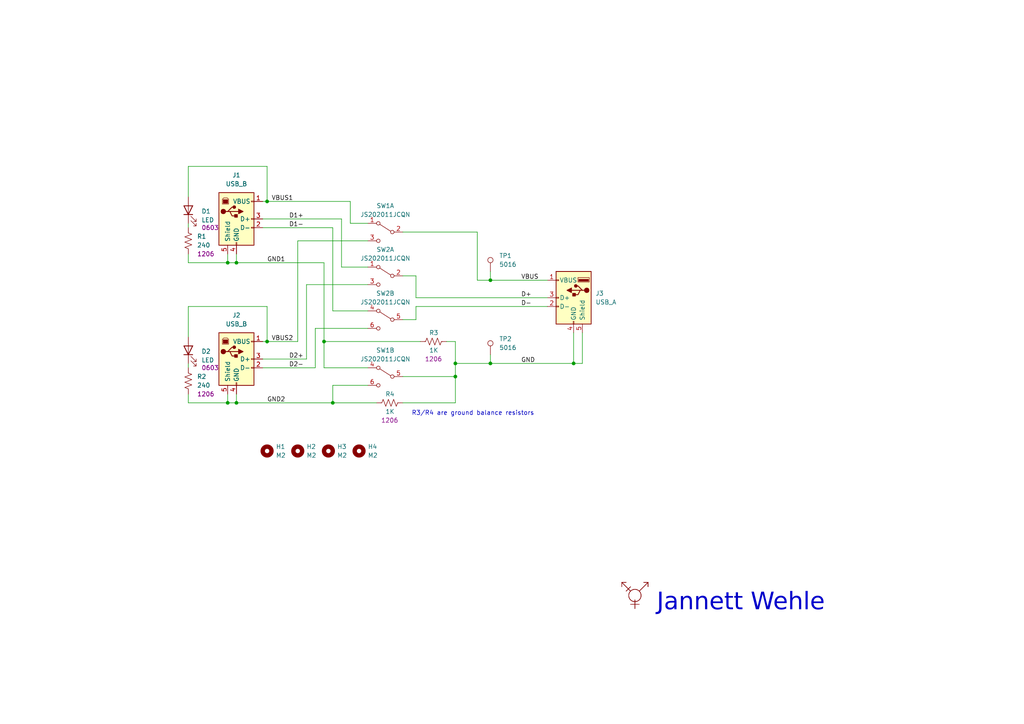
<source format=kicad_sch>
(kicad_sch (version 20230121) (generator eeschema)

  (uuid 2a3ae0af-c2b0-4e35-a70f-b8668b843608)

  (paper "A4")

  (lib_symbols
    (symbol "1Jarrett_Symbol_Library:Trans_Symbol" (in_bom yes) (on_board yes)
      (property "Reference" "SYMBOL" (at 0 0 0)
        (effects (font (size 1.27 1.27)) hide)
      )
      (property "Value" "" (at 0 0 0)
        (effects (font (size 1.27 1.27)) hide)
      )
      (property "Footprint" "Jarrett_Footprint_Library:Trans_Symbol" (at 0 0 0)
        (effects (font (size 1.27 1.27)) hide)
      )
      (property "Datasheet" "" (at 0 0 0)
        (effects (font (size 1.27 1.27)) hide)
      )
      (symbol "Trans_Symbol_0_1"
        (polyline
          (pts
            (xy -3.81 3.81)
            (xy -3.81 2.54)
          )
          (stroke (width 0) (type default))
          (fill (type none))
        )
        (polyline
          (pts
            (xy -2.54 1.27)
            (xy -1.27 2.54)
          )
          (stroke (width 0) (type default))
          (fill (type none))
        )
        (polyline
          (pts
            (xy -2.54 3.81)
            (xy -3.81 3.81)
          )
          (stroke (width 0) (type default))
          (fill (type none))
        )
        (polyline
          (pts
            (xy -1.27 1.27)
            (xy -3.81 3.81)
          )
          (stroke (width 0) (type default))
          (fill (type none))
        )
        (polyline
          (pts
            (xy 1.27 -2.54)
            (xy -1.27 -2.54)
          )
          (stroke (width 0) (type default))
          (fill (type none))
        )
        (polyline
          (pts
            (xy 1.27 1.27)
            (xy 3.81 3.81)
          )
          (stroke (width 0) (type default))
          (fill (type none))
        )
        (polyline
          (pts
            (xy 2.54 1.27)
            (xy 2.54 1.27)
          )
          (stroke (width 0) (type default))
          (fill (type none))
        )
        (polyline
          (pts
            (xy 2.54 2.54)
            (xy 2.54 2.54)
          )
          (stroke (width 0) (type default))
          (fill (type none))
        )
        (polyline
          (pts
            (xy 3.81 2.54)
            (xy 3.81 3.81)
          )
          (stroke (width 0) (type default))
          (fill (type none))
        )
        (polyline
          (pts
            (xy 3.81 3.81)
            (xy 2.54 3.81)
          )
          (stroke (width 0) (type default))
          (fill (type none))
        )
        (polyline
          (pts
            (xy 0 -1.27)
            (xy 0 -2.54)
            (xy 0 -3.81)
          )
          (stroke (width 0) (type default))
          (fill (type none))
        )
        (circle (center 0 0) (radius 1.7961)
          (stroke (width 0) (type default))
          (fill (type none))
        )
      )
    )
    (symbol "Connector:TestPoint" (pin_numbers hide) (pin_names (offset 0.762) hide) (in_bom yes) (on_board yes)
      (property "Reference" "TP" (at 0 6.858 0)
        (effects (font (size 1.27 1.27)))
      )
      (property "Value" "TestPoint" (at 0 5.08 0)
        (effects (font (size 1.27 1.27)))
      )
      (property "Footprint" "" (at 5.08 0 0)
        (effects (font (size 1.27 1.27)) hide)
      )
      (property "Datasheet" "~" (at 5.08 0 0)
        (effects (font (size 1.27 1.27)) hide)
      )
      (property "ki_keywords" "test point tp" (at 0 0 0)
        (effects (font (size 1.27 1.27)) hide)
      )
      (property "ki_description" "test point" (at 0 0 0)
        (effects (font (size 1.27 1.27)) hide)
      )
      (property "ki_fp_filters" "Pin* Test*" (at 0 0 0)
        (effects (font (size 1.27 1.27)) hide)
      )
      (symbol "TestPoint_0_1"
        (circle (center 0 3.302) (radius 0.762)
          (stroke (width 0) (type default))
          (fill (type none))
        )
      )
      (symbol "TestPoint_1_1"
        (pin passive line (at 0 0 90) (length 2.54)
          (name "1" (effects (font (size 1.27 1.27))))
          (number "1" (effects (font (size 1.27 1.27))))
        )
      )
    )
    (symbol "Connector:USB_A" (pin_names (offset 1.016)) (in_bom yes) (on_board yes)
      (property "Reference" "J" (at -5.08 11.43 0)
        (effects (font (size 1.27 1.27)) (justify left))
      )
      (property "Value" "USB_A" (at -5.08 8.89 0)
        (effects (font (size 1.27 1.27)) (justify left))
      )
      (property "Footprint" "" (at 3.81 -1.27 0)
        (effects (font (size 1.27 1.27)) hide)
      )
      (property "Datasheet" " ~" (at 3.81 -1.27 0)
        (effects (font (size 1.27 1.27)) hide)
      )
      (property "ki_keywords" "connector USB" (at 0 0 0)
        (effects (font (size 1.27 1.27)) hide)
      )
      (property "ki_description" "USB Type A connector" (at 0 0 0)
        (effects (font (size 1.27 1.27)) hide)
      )
      (property "ki_fp_filters" "USB*" (at 0 0 0)
        (effects (font (size 1.27 1.27)) hide)
      )
      (symbol "USB_A_0_1"
        (rectangle (start -5.08 -7.62) (end 5.08 7.62)
          (stroke (width 0.254) (type default))
          (fill (type background))
        )
        (circle (center -3.81 2.159) (radius 0.635)
          (stroke (width 0.254) (type default))
          (fill (type outline))
        )
        (rectangle (start -1.524 4.826) (end -4.318 5.334)
          (stroke (width 0) (type default))
          (fill (type outline))
        )
        (rectangle (start -1.27 4.572) (end -4.572 5.842)
          (stroke (width 0) (type default))
          (fill (type none))
        )
        (circle (center -0.635 3.429) (radius 0.381)
          (stroke (width 0.254) (type default))
          (fill (type outline))
        )
        (rectangle (start -0.127 -7.62) (end 0.127 -6.858)
          (stroke (width 0) (type default))
          (fill (type none))
        )
        (polyline
          (pts
            (xy -3.175 2.159)
            (xy -2.54 2.159)
            (xy -1.27 3.429)
            (xy -0.635 3.429)
          )
          (stroke (width 0.254) (type default))
          (fill (type none))
        )
        (polyline
          (pts
            (xy -2.54 2.159)
            (xy -1.905 2.159)
            (xy -1.27 0.889)
            (xy 0 0.889)
          )
          (stroke (width 0.254) (type default))
          (fill (type none))
        )
        (polyline
          (pts
            (xy 0.635 2.794)
            (xy 0.635 1.524)
            (xy 1.905 2.159)
            (xy 0.635 2.794)
          )
          (stroke (width 0.254) (type default))
          (fill (type outline))
        )
        (rectangle (start 0.254 1.27) (end -0.508 0.508)
          (stroke (width 0.254) (type default))
          (fill (type outline))
        )
        (rectangle (start 5.08 -2.667) (end 4.318 -2.413)
          (stroke (width 0) (type default))
          (fill (type none))
        )
        (rectangle (start 5.08 -0.127) (end 4.318 0.127)
          (stroke (width 0) (type default))
          (fill (type none))
        )
        (rectangle (start 5.08 4.953) (end 4.318 5.207)
          (stroke (width 0) (type default))
          (fill (type none))
        )
      )
      (symbol "USB_A_1_1"
        (polyline
          (pts
            (xy -1.905 2.159)
            (xy 0.635 2.159)
          )
          (stroke (width 0.254) (type default))
          (fill (type none))
        )
        (pin power_in line (at 7.62 5.08 180) (length 2.54)
          (name "VBUS" (effects (font (size 1.27 1.27))))
          (number "1" (effects (font (size 1.27 1.27))))
        )
        (pin bidirectional line (at 7.62 -2.54 180) (length 2.54)
          (name "D-" (effects (font (size 1.27 1.27))))
          (number "2" (effects (font (size 1.27 1.27))))
        )
        (pin bidirectional line (at 7.62 0 180) (length 2.54)
          (name "D+" (effects (font (size 1.27 1.27))))
          (number "3" (effects (font (size 1.27 1.27))))
        )
        (pin power_in line (at 0 -10.16 90) (length 2.54)
          (name "GND" (effects (font (size 1.27 1.27))))
          (number "4" (effects (font (size 1.27 1.27))))
        )
        (pin passive line (at -2.54 -10.16 90) (length 2.54)
          (name "Shield" (effects (font (size 1.27 1.27))))
          (number "5" (effects (font (size 1.27 1.27))))
        )
      )
    )
    (symbol "Connector:USB_B" (pin_names (offset 1.016)) (in_bom yes) (on_board yes)
      (property "Reference" "J" (at -5.08 11.43 0)
        (effects (font (size 1.27 1.27)) (justify left))
      )
      (property "Value" "USB_B" (at -5.08 8.89 0)
        (effects (font (size 1.27 1.27)) (justify left))
      )
      (property "Footprint" "" (at 3.81 -1.27 0)
        (effects (font (size 1.27 1.27)) hide)
      )
      (property "Datasheet" " ~" (at 3.81 -1.27 0)
        (effects (font (size 1.27 1.27)) hide)
      )
      (property "ki_keywords" "connector USB" (at 0 0 0)
        (effects (font (size 1.27 1.27)) hide)
      )
      (property "ki_description" "USB Type B connector" (at 0 0 0)
        (effects (font (size 1.27 1.27)) hide)
      )
      (property "ki_fp_filters" "USB*" (at 0 0 0)
        (effects (font (size 1.27 1.27)) hide)
      )
      (symbol "USB_B_0_1"
        (rectangle (start -5.08 -7.62) (end 5.08 7.62)
          (stroke (width 0.254) (type default))
          (fill (type background))
        )
        (circle (center -3.81 2.159) (radius 0.635)
          (stroke (width 0.254) (type default))
          (fill (type outline))
        )
        (rectangle (start -3.81 5.588) (end -2.54 4.572)
          (stroke (width 0) (type default))
          (fill (type outline))
        )
        (circle (center -0.635 3.429) (radius 0.381)
          (stroke (width 0.254) (type default))
          (fill (type outline))
        )
        (rectangle (start -0.127 -7.62) (end 0.127 -6.858)
          (stroke (width 0) (type default))
          (fill (type none))
        )
        (polyline
          (pts
            (xy -1.905 2.159)
            (xy 0.635 2.159)
          )
          (stroke (width 0.254) (type default))
          (fill (type none))
        )
        (polyline
          (pts
            (xy -3.175 2.159)
            (xy -2.54 2.159)
            (xy -1.27 3.429)
            (xy -0.635 3.429)
          )
          (stroke (width 0.254) (type default))
          (fill (type none))
        )
        (polyline
          (pts
            (xy -2.54 2.159)
            (xy -1.905 2.159)
            (xy -1.27 0.889)
            (xy 0 0.889)
          )
          (stroke (width 0.254) (type default))
          (fill (type none))
        )
        (polyline
          (pts
            (xy 0.635 2.794)
            (xy 0.635 1.524)
            (xy 1.905 2.159)
            (xy 0.635 2.794)
          )
          (stroke (width 0.254) (type default))
          (fill (type outline))
        )
        (polyline
          (pts
            (xy -4.064 4.318)
            (xy -2.286 4.318)
            (xy -2.286 5.715)
            (xy -2.667 6.096)
            (xy -3.683 6.096)
            (xy -4.064 5.715)
            (xy -4.064 4.318)
          )
          (stroke (width 0) (type default))
          (fill (type none))
        )
        (rectangle (start 0.254 1.27) (end -0.508 0.508)
          (stroke (width 0.254) (type default))
          (fill (type outline))
        )
        (rectangle (start 5.08 -2.667) (end 4.318 -2.413)
          (stroke (width 0) (type default))
          (fill (type none))
        )
        (rectangle (start 5.08 -0.127) (end 4.318 0.127)
          (stroke (width 0) (type default))
          (fill (type none))
        )
        (rectangle (start 5.08 4.953) (end 4.318 5.207)
          (stroke (width 0) (type default))
          (fill (type none))
        )
      )
      (symbol "USB_B_1_1"
        (pin power_out line (at 7.62 5.08 180) (length 2.54)
          (name "VBUS" (effects (font (size 1.27 1.27))))
          (number "1" (effects (font (size 1.27 1.27))))
        )
        (pin bidirectional line (at 7.62 -2.54 180) (length 2.54)
          (name "D-" (effects (font (size 1.27 1.27))))
          (number "2" (effects (font (size 1.27 1.27))))
        )
        (pin bidirectional line (at 7.62 0 180) (length 2.54)
          (name "D+" (effects (font (size 1.27 1.27))))
          (number "3" (effects (font (size 1.27 1.27))))
        )
        (pin power_out line (at 0 -10.16 90) (length 2.54)
          (name "GND" (effects (font (size 1.27 1.27))))
          (number "4" (effects (font (size 1.27 1.27))))
        )
        (pin passive line (at -2.54 -10.16 90) (length 2.54)
          (name "Shield" (effects (font (size 1.27 1.27))))
          (number "5" (effects (font (size 1.27 1.27))))
        )
      )
    )
    (symbol "Device:LED" (pin_numbers hide) (pin_names (offset 1.016) hide) (in_bom yes) (on_board yes)
      (property "Reference" "D" (at 0 2.54 0)
        (effects (font (size 1.27 1.27)))
      )
      (property "Value" "LED" (at 0 -2.54 0)
        (effects (font (size 1.27 1.27)))
      )
      (property "Footprint" "" (at 0 0 0)
        (effects (font (size 1.27 1.27)) hide)
      )
      (property "Datasheet" "~" (at 0 0 0)
        (effects (font (size 1.27 1.27)) hide)
      )
      (property "ki_keywords" "LED diode" (at 0 0 0)
        (effects (font (size 1.27 1.27)) hide)
      )
      (property "ki_description" "Light emitting diode" (at 0 0 0)
        (effects (font (size 1.27 1.27)) hide)
      )
      (property "ki_fp_filters" "LED* LED_SMD:* LED_THT:*" (at 0 0 0)
        (effects (font (size 1.27 1.27)) hide)
      )
      (symbol "LED_0_1"
        (polyline
          (pts
            (xy -1.27 -1.27)
            (xy -1.27 1.27)
          )
          (stroke (width 0.254) (type default))
          (fill (type none))
        )
        (polyline
          (pts
            (xy -1.27 0)
            (xy 1.27 0)
          )
          (stroke (width 0) (type default))
          (fill (type none))
        )
        (polyline
          (pts
            (xy 1.27 -1.27)
            (xy 1.27 1.27)
            (xy -1.27 0)
            (xy 1.27 -1.27)
          )
          (stroke (width 0.254) (type default))
          (fill (type none))
        )
        (polyline
          (pts
            (xy -3.048 -0.762)
            (xy -4.572 -2.286)
            (xy -3.81 -2.286)
            (xy -4.572 -2.286)
            (xy -4.572 -1.524)
          )
          (stroke (width 0) (type default))
          (fill (type none))
        )
        (polyline
          (pts
            (xy -1.778 -0.762)
            (xy -3.302 -2.286)
            (xy -2.54 -2.286)
            (xy -3.302 -2.286)
            (xy -3.302 -1.524)
          )
          (stroke (width 0) (type default))
          (fill (type none))
        )
      )
      (symbol "LED_1_1"
        (pin passive line (at -3.81 0 0) (length 2.54)
          (name "K" (effects (font (size 1.27 1.27))))
          (number "1" (effects (font (size 1.27 1.27))))
        )
        (pin passive line (at 3.81 0 180) (length 2.54)
          (name "A" (effects (font (size 1.27 1.27))))
          (number "2" (effects (font (size 1.27 1.27))))
        )
      )
    )
    (symbol "Device:R_US" (pin_numbers hide) (pin_names (offset 0)) (in_bom yes) (on_board yes)
      (property "Reference" "R" (at 2.54 0 90)
        (effects (font (size 1.27 1.27)))
      )
      (property "Value" "R_US" (at -2.54 0 90)
        (effects (font (size 1.27 1.27)))
      )
      (property "Footprint" "" (at 1.016 -0.254 90)
        (effects (font (size 1.27 1.27)) hide)
      )
      (property "Datasheet" "~" (at 0 0 0)
        (effects (font (size 1.27 1.27)) hide)
      )
      (property "ki_keywords" "R res resistor" (at 0 0 0)
        (effects (font (size 1.27 1.27)) hide)
      )
      (property "ki_description" "Resistor, US symbol" (at 0 0 0)
        (effects (font (size 1.27 1.27)) hide)
      )
      (property "ki_fp_filters" "R_*" (at 0 0 0)
        (effects (font (size 1.27 1.27)) hide)
      )
      (symbol "R_US_0_1"
        (polyline
          (pts
            (xy 0 -2.286)
            (xy 0 -2.54)
          )
          (stroke (width 0) (type default))
          (fill (type none))
        )
        (polyline
          (pts
            (xy 0 2.286)
            (xy 0 2.54)
          )
          (stroke (width 0) (type default))
          (fill (type none))
        )
        (polyline
          (pts
            (xy 0 -0.762)
            (xy 1.016 -1.143)
            (xy 0 -1.524)
            (xy -1.016 -1.905)
            (xy 0 -2.286)
          )
          (stroke (width 0) (type default))
          (fill (type none))
        )
        (polyline
          (pts
            (xy 0 0.762)
            (xy 1.016 0.381)
            (xy 0 0)
            (xy -1.016 -0.381)
            (xy 0 -0.762)
          )
          (stroke (width 0) (type default))
          (fill (type none))
        )
        (polyline
          (pts
            (xy 0 2.286)
            (xy 1.016 1.905)
            (xy 0 1.524)
            (xy -1.016 1.143)
            (xy 0 0.762)
          )
          (stroke (width 0) (type default))
          (fill (type none))
        )
      )
      (symbol "R_US_1_1"
        (pin passive line (at 0 3.81 270) (length 1.27)
          (name "~" (effects (font (size 1.27 1.27))))
          (number "1" (effects (font (size 1.27 1.27))))
        )
        (pin passive line (at 0 -3.81 90) (length 1.27)
          (name "~" (effects (font (size 1.27 1.27))))
          (number "2" (effects (font (size 1.27 1.27))))
        )
      )
    )
    (symbol "Mechanical:MountingHole" (pin_names (offset 1.016)) (in_bom yes) (on_board yes)
      (property "Reference" "H" (at 0 5.08 0)
        (effects (font (size 1.27 1.27)))
      )
      (property "Value" "MountingHole" (at 0 3.175 0)
        (effects (font (size 1.27 1.27)))
      )
      (property "Footprint" "" (at 0 0 0)
        (effects (font (size 1.27 1.27)) hide)
      )
      (property "Datasheet" "~" (at 0 0 0)
        (effects (font (size 1.27 1.27)) hide)
      )
      (property "ki_keywords" "mounting hole" (at 0 0 0)
        (effects (font (size 1.27 1.27)) hide)
      )
      (property "ki_description" "Mounting Hole without connection" (at 0 0 0)
        (effects (font (size 1.27 1.27)) hide)
      )
      (property "ki_fp_filters" "MountingHole*" (at 0 0 0)
        (effects (font (size 1.27 1.27)) hide)
      )
      (symbol "MountingHole_0_1"
        (circle (center 0 0) (radius 1.27)
          (stroke (width 1.27) (type default))
          (fill (type none))
        )
      )
    )
    (symbol "Switch:SW_DPDT_x2" (pin_names (offset 0) hide) (in_bom yes) (on_board yes)
      (property "Reference" "SW" (at 0 4.318 0)
        (effects (font (size 1.27 1.27)))
      )
      (property "Value" "SW_DPDT_x2" (at 0 -5.08 0)
        (effects (font (size 1.27 1.27)))
      )
      (property "Footprint" "" (at 0 0 0)
        (effects (font (size 1.27 1.27)) hide)
      )
      (property "Datasheet" "~" (at 0 0 0)
        (effects (font (size 1.27 1.27)) hide)
      )
      (property "ki_keywords" "switch dual-pole double-throw DPDT spdt ON-ON" (at 0 0 0)
        (effects (font (size 1.27 1.27)) hide)
      )
      (property "ki_description" "Switch, dual pole double throw, separate symbols" (at 0 0 0)
        (effects (font (size 1.27 1.27)) hide)
      )
      (property "ki_fp_filters" "SW*DPDT*" (at 0 0 0)
        (effects (font (size 1.27 1.27)) hide)
      )
      (symbol "SW_DPDT_x2_0_0"
        (circle (center -2.032 0) (radius 0.508)
          (stroke (width 0) (type default))
          (fill (type none))
        )
        (circle (center 2.032 -2.54) (radius 0.508)
          (stroke (width 0) (type default))
          (fill (type none))
        )
      )
      (symbol "SW_DPDT_x2_0_1"
        (polyline
          (pts
            (xy -1.524 0.254)
            (xy 1.651 2.286)
          )
          (stroke (width 0) (type default))
          (fill (type none))
        )
        (circle (center 2.032 2.54) (radius 0.508)
          (stroke (width 0) (type default))
          (fill (type none))
        )
      )
      (symbol "SW_DPDT_x2_1_1"
        (pin passive line (at 5.08 2.54 180) (length 2.54)
          (name "A" (effects (font (size 1.27 1.27))))
          (number "1" (effects (font (size 1.27 1.27))))
        )
        (pin passive line (at -5.08 0 0) (length 2.54)
          (name "B" (effects (font (size 1.27 1.27))))
          (number "2" (effects (font (size 1.27 1.27))))
        )
        (pin passive line (at 5.08 -2.54 180) (length 2.54)
          (name "C" (effects (font (size 1.27 1.27))))
          (number "3" (effects (font (size 1.27 1.27))))
        )
      )
      (symbol "SW_DPDT_x2_2_1"
        (pin passive line (at 5.08 2.54 180) (length 2.54)
          (name "A" (effects (font (size 1.27 1.27))))
          (number "4" (effects (font (size 1.27 1.27))))
        )
        (pin passive line (at -5.08 0 0) (length 2.54)
          (name "B" (effects (font (size 1.27 1.27))))
          (number "5" (effects (font (size 1.27 1.27))))
        )
        (pin passive line (at 5.08 -2.54 180) (length 2.54)
          (name "C" (effects (font (size 1.27 1.27))))
          (number "6" (effects (font (size 1.27 1.27))))
        )
      )
    )
  )

  (junction (at 166.37 105.41) (diameter 0) (color 0 0 0 0)
    (uuid 14f9b9e6-42b3-4be1-809f-eea3f7f69b32)
  )
  (junction (at 66.04 116.84) (diameter 0) (color 0 0 0 0)
    (uuid 165872a3-3687-41f8-922b-c4d3cc6e8375)
  )
  (junction (at 132.08 105.41) (diameter 0) (color 0 0 0 0)
    (uuid 21c5649f-aa4e-45cb-a674-718d2376a663)
  )
  (junction (at 68.58 76.2) (diameter 0) (color 0 0 0 0)
    (uuid 32636ee3-17d9-447c-9864-9332eaf44cd6)
  )
  (junction (at 142.24 81.28) (diameter 0) (color 0 0 0 0)
    (uuid 71722344-9390-4e65-9238-ad2af41faaa9)
  )
  (junction (at 77.47 99.06) (diameter 0) (color 0 0 0 0)
    (uuid 7334e558-8951-44ab-9779-97d2728ef231)
  )
  (junction (at 142.24 105.41) (diameter 0) (color 0 0 0 0)
    (uuid 8c08062e-116a-4659-b50b-587564466d93)
  )
  (junction (at 96.52 116.84) (diameter 0) (color 0 0 0 0)
    (uuid 927400da-e365-4d16-bbaa-e721496d4aa5)
  )
  (junction (at 77.47 58.42) (diameter 0) (color 0 0 0 0)
    (uuid 9c329109-84bb-4db4-a5d8-9aecc3fe956c)
  )
  (junction (at 66.04 76.2) (diameter 0) (color 0 0 0 0)
    (uuid b61944d6-70d9-4224-ae72-94be87c26f8c)
  )
  (junction (at 93.98 99.06) (diameter 0) (color 0 0 0 0)
    (uuid cf435ad0-eafa-42d3-af35-5203cd62606e)
  )
  (junction (at 132.08 109.22) (diameter 0) (color 0 0 0 0)
    (uuid d3bfb4e3-7e6e-4a91-98b2-f63eccaef49a)
  )
  (junction (at 68.58 116.84) (diameter 0) (color 0 0 0 0)
    (uuid e654e0e3-8200-485b-9fd7-e4541aadc1ac)
  )

  (wire (pts (xy 76.2 66.04) (xy 96.52 66.04))
    (stroke (width 0) (type default))
    (uuid 047d342f-f2aa-4840-a04a-c71e1928da7d)
  )
  (wire (pts (xy 76.2 63.5) (xy 99.06 63.5))
    (stroke (width 0) (type default))
    (uuid 05e26dab-4452-4ba1-b6de-b3327bd94b41)
  )
  (wire (pts (xy 88.9 82.55) (xy 106.68 82.55))
    (stroke (width 0) (type default))
    (uuid 0a4ea792-34e7-4eea-bea7-b1d415f76adc)
  )
  (wire (pts (xy 66.04 114.3) (xy 66.04 116.84))
    (stroke (width 0) (type default))
    (uuid 0f68c151-77f8-4b77-9659-f5f996f893b5)
  )
  (wire (pts (xy 138.43 81.28) (xy 138.43 67.31))
    (stroke (width 0) (type default))
    (uuid 0ffd8d51-f76e-4715-9c08-c471d2f7deec)
  )
  (wire (pts (xy 142.24 81.28) (xy 138.43 81.28))
    (stroke (width 0) (type default))
    (uuid 17273495-754d-4f9c-94c6-906c25e4ca43)
  )
  (wire (pts (xy 158.75 88.9) (xy 120.65 88.9))
    (stroke (width 0) (type default))
    (uuid 17f7e530-90f2-4041-8185-c74a1dec0bc5)
  )
  (wire (pts (xy 68.58 76.2) (xy 93.98 76.2))
    (stroke (width 0) (type default))
    (uuid 1c4a68e6-dfef-42e1-8885-19c9a41ad4cb)
  )
  (wire (pts (xy 93.98 106.68) (xy 93.98 99.06))
    (stroke (width 0) (type default))
    (uuid 1fa0e1ef-51db-4066-b84e-6058755d5bab)
  )
  (wire (pts (xy 54.61 105.41) (xy 54.61 106.68))
    (stroke (width 0) (type default))
    (uuid 224ebc63-5b57-485e-8c3e-99eed380db85)
  )
  (wire (pts (xy 54.61 116.84) (xy 66.04 116.84))
    (stroke (width 0) (type default))
    (uuid 269fc685-5738-4dd5-b60e-db0888551859)
  )
  (wire (pts (xy 120.65 86.36) (xy 120.65 80.01))
    (stroke (width 0) (type default))
    (uuid 33725ba0-c1f8-43ee-9042-c4614792f4b2)
  )
  (wire (pts (xy 96.52 116.84) (xy 68.58 116.84))
    (stroke (width 0) (type default))
    (uuid 3a717a70-c03c-471a-8f58-427a7883eeea)
  )
  (wire (pts (xy 93.98 76.2) (xy 93.98 99.06))
    (stroke (width 0) (type default))
    (uuid 456a5899-6771-472d-8ddf-d90b879fe9ec)
  )
  (wire (pts (xy 54.61 97.79) (xy 54.61 88.9))
    (stroke (width 0) (type default))
    (uuid 48b47470-b07e-47f5-93b0-a2a566c67f52)
  )
  (wire (pts (xy 66.04 76.2) (xy 68.58 76.2))
    (stroke (width 0) (type default))
    (uuid 59947d55-f62c-4e09-97e1-088a63c05f41)
  )
  (wire (pts (xy 138.43 67.31) (xy 116.84 67.31))
    (stroke (width 0) (type default))
    (uuid 59b346a9-1329-4421-8336-32266f9614b6)
  )
  (wire (pts (xy 158.75 81.28) (xy 142.24 81.28))
    (stroke (width 0) (type default))
    (uuid 5a2e0192-79c4-40b0-89ec-a9010caa182c)
  )
  (wire (pts (xy 91.44 106.68) (xy 76.2 106.68))
    (stroke (width 0) (type default))
    (uuid 5ed9d74e-ebc8-4cb1-84fc-89c866d151d0)
  )
  (wire (pts (xy 101.6 64.77) (xy 101.6 58.42))
    (stroke (width 0) (type default))
    (uuid 64160eb6-102f-4994-ad70-e845228b6634)
  )
  (wire (pts (xy 116.84 116.84) (xy 132.08 116.84))
    (stroke (width 0) (type default))
    (uuid 653d8537-64f5-45ff-b2d0-b12c8b34f6a0)
  )
  (wire (pts (xy 54.61 88.9) (xy 77.47 88.9))
    (stroke (width 0) (type default))
    (uuid 65af2b2d-3138-4a13-874a-ca5361c2ca91)
  )
  (wire (pts (xy 77.47 58.42) (xy 76.2 58.42))
    (stroke (width 0) (type default))
    (uuid 691d91e3-5bd9-46ea-8830-2ffbc3d688d7)
  )
  (wire (pts (xy 91.44 95.25) (xy 91.44 106.68))
    (stroke (width 0) (type default))
    (uuid 6ef647d6-3e45-49a4-b48e-3c694ab9a090)
  )
  (wire (pts (xy 120.65 80.01) (xy 116.84 80.01))
    (stroke (width 0) (type default))
    (uuid 781e4508-85d6-4bbf-8b82-0c51e98f30fc)
  )
  (wire (pts (xy 120.65 88.9) (xy 120.65 92.71))
    (stroke (width 0) (type default))
    (uuid 7d8862e6-fa78-4388-8c35-e214be17729f)
  )
  (wire (pts (xy 77.47 99.06) (xy 76.2 99.06))
    (stroke (width 0) (type default))
    (uuid 8011c32a-3918-46ed-9bb7-95e02249f5be)
  )
  (wire (pts (xy 77.47 48.26) (xy 77.47 58.42))
    (stroke (width 0) (type default))
    (uuid 80b571d7-3f6e-41b4-ae17-2b7df54ff571)
  )
  (wire (pts (xy 106.68 106.68) (xy 93.98 106.68))
    (stroke (width 0) (type default))
    (uuid 811ac6d0-2bbd-4220-bd2d-96a235bc2688)
  )
  (wire (pts (xy 88.9 104.14) (xy 88.9 82.55))
    (stroke (width 0) (type default))
    (uuid 862c84d2-174d-4238-a0df-9cb8758f0b58)
  )
  (wire (pts (xy 158.75 86.36) (xy 120.65 86.36))
    (stroke (width 0) (type default))
    (uuid 86cb3d7f-f3be-4e91-81af-cfcd531e5cde)
  )
  (wire (pts (xy 54.61 57.15) (xy 54.61 48.26))
    (stroke (width 0) (type default))
    (uuid 870975f7-3809-4a01-9733-9c42194afcac)
  )
  (wire (pts (xy 93.98 99.06) (xy 121.92 99.06))
    (stroke (width 0) (type default))
    (uuid 87b5e90d-2357-4172-907c-b86cdac19a45)
  )
  (wire (pts (xy 142.24 105.41) (xy 166.37 105.41))
    (stroke (width 0) (type default))
    (uuid 87e9ef03-84a7-408e-aa41-66e493e9e1dc)
  )
  (wire (pts (xy 116.84 109.22) (xy 132.08 109.22))
    (stroke (width 0) (type default))
    (uuid 89cb40f1-610b-4f86-b9e5-5a5fccb93df2)
  )
  (wire (pts (xy 132.08 116.84) (xy 132.08 109.22))
    (stroke (width 0) (type default))
    (uuid 8a2f11b3-8e33-4ebc-a4e8-28eae8e3be81)
  )
  (wire (pts (xy 54.61 116.84) (xy 54.61 114.3))
    (stroke (width 0) (type default))
    (uuid 8a2f6f00-701d-4cd2-b85a-2ef69af72ed4)
  )
  (wire (pts (xy 99.06 77.47) (xy 106.68 77.47))
    (stroke (width 0) (type default))
    (uuid 8f22d10c-5d16-450d-b68b-65c3e7e5be92)
  )
  (wire (pts (xy 166.37 105.41) (xy 166.37 96.52))
    (stroke (width 0) (type default))
    (uuid 8fca392b-db0a-4542-90fd-81b4f2c2978c)
  )
  (wire (pts (xy 120.65 92.71) (xy 116.84 92.71))
    (stroke (width 0) (type default))
    (uuid 95ff099f-8519-4157-8b1c-4115e0d623f7)
  )
  (wire (pts (xy 96.52 66.04) (xy 96.52 90.17))
    (stroke (width 0) (type default))
    (uuid 97e0157c-d954-4133-86d3-e415e07592e7)
  )
  (wire (pts (xy 96.52 111.76) (xy 96.52 116.84))
    (stroke (width 0) (type default))
    (uuid 9b68626c-6499-46fb-8197-5ca02636ce07)
  )
  (wire (pts (xy 96.52 90.17) (xy 106.68 90.17))
    (stroke (width 0) (type default))
    (uuid a7ecfe27-d91e-4faf-8818-49b694f7b595)
  )
  (wire (pts (xy 54.61 64.77) (xy 54.61 66.04))
    (stroke (width 0) (type default))
    (uuid aa24a26f-6036-469d-92ad-8ab0b1f8da59)
  )
  (wire (pts (xy 142.24 78.74) (xy 142.24 81.28))
    (stroke (width 0) (type default))
    (uuid ad0428f9-c073-45c1-83b4-876874a7a396)
  )
  (wire (pts (xy 142.24 102.87) (xy 142.24 105.41))
    (stroke (width 0) (type default))
    (uuid ae27a75c-8d30-4ca0-9469-a2ae8157c260)
  )
  (wire (pts (xy 129.54 99.06) (xy 132.08 99.06))
    (stroke (width 0) (type default))
    (uuid af0fa1e1-2d54-4574-87ae-92c233bf0677)
  )
  (wire (pts (xy 168.91 96.52) (xy 168.91 105.41))
    (stroke (width 0) (type default))
    (uuid b1db5ef8-df57-4f25-b55a-1490c7d2bbf0)
  )
  (wire (pts (xy 106.68 95.25) (xy 91.44 95.25))
    (stroke (width 0) (type default))
    (uuid b23a4392-1382-4a94-b8dc-3678149a06b1)
  )
  (wire (pts (xy 77.47 88.9) (xy 77.47 99.06))
    (stroke (width 0) (type default))
    (uuid b686284d-fd00-46ed-a117-7fd7a6028cc1)
  )
  (wire (pts (xy 168.91 105.41) (xy 166.37 105.41))
    (stroke (width 0) (type default))
    (uuid bfff30a4-9b0a-4ca6-b8ce-a910236db74c)
  )
  (wire (pts (xy 68.58 116.84) (xy 68.58 114.3))
    (stroke (width 0) (type default))
    (uuid c4ef88d2-625b-49bf-92a1-b21a28e47711)
  )
  (wire (pts (xy 106.68 64.77) (xy 101.6 64.77))
    (stroke (width 0) (type default))
    (uuid c67ee0ef-356b-438a-aa61-07a0581b9648)
  )
  (wire (pts (xy 66.04 76.2) (xy 66.04 73.66))
    (stroke (width 0) (type default))
    (uuid cbb85490-52a1-45f2-b651-11a0c7294c24)
  )
  (wire (pts (xy 54.61 76.2) (xy 54.61 73.66))
    (stroke (width 0) (type default))
    (uuid d1f478ae-a859-4922-8b69-cf8bea09091f)
  )
  (wire (pts (xy 106.68 69.85) (xy 86.36 69.85))
    (stroke (width 0) (type default))
    (uuid d5cb34e1-39b5-4b4d-80e8-8a58f980979e)
  )
  (wire (pts (xy 132.08 99.06) (xy 132.08 105.41))
    (stroke (width 0) (type default))
    (uuid d73c9287-8763-478b-b724-8a1fc53795d1)
  )
  (wire (pts (xy 76.2 104.14) (xy 88.9 104.14))
    (stroke (width 0) (type default))
    (uuid d8424af1-8fb3-4567-9526-8b16959ab965)
  )
  (wire (pts (xy 86.36 69.85) (xy 86.36 99.06))
    (stroke (width 0) (type default))
    (uuid d9878995-4e4e-4579-9d2a-2954497f2c65)
  )
  (wire (pts (xy 77.47 99.06) (xy 86.36 99.06))
    (stroke (width 0) (type default))
    (uuid df254237-5785-4a7b-94bc-6cda6f4636c5)
  )
  (wire (pts (xy 99.06 63.5) (xy 99.06 77.47))
    (stroke (width 0) (type default))
    (uuid e1be6239-dd31-4b19-b4ab-7b2bd272dbaa)
  )
  (wire (pts (xy 96.52 116.84) (xy 109.22 116.84))
    (stroke (width 0) (type default))
    (uuid e5d62f29-54a1-4c83-8287-774c44ce623a)
  )
  (wire (pts (xy 77.47 58.42) (xy 101.6 58.42))
    (stroke (width 0) (type default))
    (uuid eb37cadb-8fd8-4638-8c3c-6165b502883f)
  )
  (wire (pts (xy 132.08 109.22) (xy 132.08 105.41))
    (stroke (width 0) (type default))
    (uuid ebb80f1c-e4e4-457f-89e5-db85737a04e7)
  )
  (wire (pts (xy 68.58 73.66) (xy 68.58 76.2))
    (stroke (width 0) (type default))
    (uuid ed8ed1e7-76d9-489d-b7bc-2787f080050b)
  )
  (wire (pts (xy 66.04 116.84) (xy 68.58 116.84))
    (stroke (width 0) (type default))
    (uuid ef39272a-d3f2-418d-9d6c-f8fde1ec8b8f)
  )
  (wire (pts (xy 132.08 105.41) (xy 142.24 105.41))
    (stroke (width 0) (type default))
    (uuid f16419bc-e2f2-402e-a9d3-4f369633ba74)
  )
  (wire (pts (xy 54.61 48.26) (xy 77.47 48.26))
    (stroke (width 0) (type default))
    (uuid f20ca3cc-f044-4916-9bea-714c1a2e0af3)
  )
  (wire (pts (xy 106.68 111.76) (xy 96.52 111.76))
    (stroke (width 0) (type default))
    (uuid f33134a7-cb1e-4bb8-bccf-4ba6aeba7e36)
  )
  (wire (pts (xy 54.61 76.2) (xy 66.04 76.2))
    (stroke (width 0) (type default))
    (uuid f38adfee-324a-4f4e-a9f5-bcf4bcb80395)
  )

  (text "Jannett Wehle" (at 190.5 179.07 0)
    (effects (font (face "MV Boli") (size 5 5)) (justify left bottom))
    (uuid 01cf4234-b860-4f17-a635-a7eba7c5e0df)
  )
  (text "R3/R4 are ground balance resistors" (at 119.38 120.65 0)
    (effects (font (size 1.27 1.27)) (justify left bottom))
    (uuid fb2e9124-cdda-46c7-ba2b-ae4d4a6c2043)
  )

  (label "D2+" (at 83.82 104.14 0) (fields_autoplaced)
    (effects (font (size 1.27 1.27)) (justify left bottom))
    (uuid 05cea91d-7dad-406f-a729-a330d59c5c92)
  )
  (label "GND2" (at 77.47 116.84 0) (fields_autoplaced)
    (effects (font (size 1.27 1.27)) (justify left bottom))
    (uuid 2d2fbed5-79ef-4433-95ca-ee270dee2eff)
  )
  (label "GND1" (at 77.47 76.2 0) (fields_autoplaced)
    (effects (font (size 1.27 1.27)) (justify left bottom))
    (uuid 319bc48a-d6e3-453c-8e6a-32255a418f9e)
  )
  (label "D+" (at 151.13 86.36 0) (fields_autoplaced)
    (effects (font (size 1.27 1.27)) (justify left bottom))
    (uuid 3a232942-b0ac-407e-af61-cf42df48f929)
  )
  (label "D1+" (at 83.82 63.5 0) (fields_autoplaced)
    (effects (font (size 1.27 1.27)) (justify left bottom))
    (uuid 4d769195-031b-4456-8dcb-9b24a0fdcfee)
  )
  (label "VBUS" (at 151.13 81.28 0) (fields_autoplaced)
    (effects (font (size 1.27 1.27)) (justify left bottom))
    (uuid 511fdeb8-d59d-4721-8ec7-3ec411d0e6f7)
  )
  (label "D-" (at 151.13 88.9 0) (fields_autoplaced)
    (effects (font (size 1.27 1.27)) (justify left bottom))
    (uuid 559a9d52-bf74-4a05-a116-66e79e377a48)
  )
  (label "VBUS1" (at 78.74 58.42 0) (fields_autoplaced)
    (effects (font (size 1.27 1.27)) (justify left bottom))
    (uuid 66d8a4c5-1960-46ed-8f32-3a52724ca256)
  )
  (label "VBUS2" (at 78.74 99.06 0) (fields_autoplaced)
    (effects (font (size 1.27 1.27)) (justify left bottom))
    (uuid 6a6f7165-9991-4cdb-81d3-c8c9a51d4a9b)
  )
  (label "D2-" (at 83.82 106.68 0) (fields_autoplaced)
    (effects (font (size 1.27 1.27)) (justify left bottom))
    (uuid 73696bcf-d656-494e-9b73-b5352c0634eb)
  )
  (label "GND" (at 151.13 105.41 0) (fields_autoplaced)
    (effects (font (size 1.27 1.27)) (justify left bottom))
    (uuid 7ad643e2-3803-45a2-ab71-f44d80a390df)
  )
  (label "D1-" (at 83.82 66.04 0) (fields_autoplaced)
    (effects (font (size 1.27 1.27)) (justify left bottom))
    (uuid 9816874b-8039-45b8-be0f-1f112c2e7f93)
  )

  (symbol (lib_id "Switch:SW_DPDT_x2") (at 111.76 67.31 0) (mirror y) (unit 1)
    (in_bom yes) (on_board yes) (dnp no) (fields_autoplaced)
    (uuid 00d90801-6394-4066-920d-8547362e2bf1)
    (property "Reference" "SW1" (at 111.76 59.69 0)
      (effects (font (size 1.27 1.27)))
    )
    (property "Value" "JS202011JCQN" (at 111.76 62.23 0)
      (effects (font (size 1.27 1.27)))
    )
    (property "Footprint" "Button_Switch_SMD:SW_DPDT_CK_JS202011JCQN" (at 111.76 67.31 0)
      (effects (font (size 1.27 1.27)) hide)
    )
    (property "Datasheet" "~" (at 111.76 67.31 0)
      (effects (font (size 1.27 1.27)) hide)
    )
    (pin "1" (uuid f6a7621b-2270-4e49-a17e-aa5fdbd6730f))
    (pin "2" (uuid 5469ee35-f816-4b76-881c-f3fad0b1caa0))
    (pin "3" (uuid 2a6fb123-4c5d-436a-98c4-11e453905618))
    (pin "4" (uuid 14d9e185-6380-4f4e-89c9-a4eb7feb4e27))
    (pin "5" (uuid bd6d8c9c-e203-447b-b542-4825bf932f8c))
    (pin "6" (uuid 14274a94-caac-44af-b75e-252e8eae908f))
    (instances
      (project "USB_Switch2"
        (path "/2a3ae0af-c2b0-4e35-a70f-b8668b843608"
          (reference "SW1") (unit 1)
        )
      )
    )
  )

  (symbol (lib_id "Switch:SW_DPDT_x2") (at 111.76 92.71 0) (mirror y) (unit 2)
    (in_bom yes) (on_board yes) (dnp no) (fields_autoplaced)
    (uuid 1fba281b-7450-450b-be50-2dbc83c29e32)
    (property "Reference" "SW2" (at 111.76 85.09 0)
      (effects (font (size 1.27 1.27)))
    )
    (property "Value" "JS202011JCQN" (at 111.76 87.63 0)
      (effects (font (size 1.27 1.27)))
    )
    (property "Footprint" "Button_Switch_SMD:SW_DPDT_CK_JS202011JCQN" (at 111.76 92.71 0)
      (effects (font (size 1.27 1.27)) hide)
    )
    (property "Datasheet" "~" (at 111.76 92.71 0)
      (effects (font (size 1.27 1.27)) hide)
    )
    (pin "1" (uuid 4c34d078-98c6-46b8-acb9-05825e5c3c13))
    (pin "2" (uuid 36c06f96-9d10-4d01-bcd0-f4157ac6cd49))
    (pin "3" (uuid 370a8dc7-7f6f-47e3-a77a-5a9f978c40db))
    (pin "4" (uuid b86a15a7-a9d1-4a3c-91a1-e825f4558f9d))
    (pin "5" (uuid 4c9b879c-d993-423c-a41c-69f5a084bf57))
    (pin "6" (uuid 83a46fd7-3f63-4288-bc99-d6d23fbbcf20))
    (instances
      (project "USB_Switch2"
        (path "/2a3ae0af-c2b0-4e35-a70f-b8668b843608"
          (reference "SW2") (unit 2)
        )
      )
    )
  )

  (symbol (lib_id "Connector:TestPoint") (at 142.24 102.87 0) (unit 1)
    (in_bom yes) (on_board yes) (dnp no) (fields_autoplaced)
    (uuid 28ac462d-478c-490f-90a0-9921cb5e26de)
    (property "Reference" "TP2" (at 144.78 98.298 0)
      (effects (font (size 1.27 1.27)) (justify left))
    )
    (property "Value" "5016" (at 144.78 100.838 0)
      (effects (font (size 1.27 1.27)) (justify left))
    )
    (property "Footprint" "Jarrett_Footprint_Library:TestPoint_Keystone_5016_Compact" (at 147.32 102.87 0)
      (effects (font (size 1.27 1.27)) hide)
    )
    (property "Datasheet" "~" (at 147.32 102.87 0)
      (effects (font (size 1.27 1.27)) hide)
    )
    (pin "1" (uuid 404afefc-a231-4852-a73b-432fafb93bb7))
    (instances
      (project "USB_Switch2"
        (path "/2a3ae0af-c2b0-4e35-a70f-b8668b843608"
          (reference "TP2") (unit 1)
        )
      )
    )
  )

  (symbol (lib_id "Mechanical:MountingHole") (at 104.14 130.81 0) (unit 1)
    (in_bom yes) (on_board yes) (dnp no) (fields_autoplaced)
    (uuid 2e24fe32-694a-4e3d-9d2a-572e0715e8de)
    (property "Reference" "H4" (at 106.68 129.54 0)
      (effects (font (size 1.27 1.27)) (justify left))
    )
    (property "Value" "M2" (at 106.68 132.08 0)
      (effects (font (size 1.27 1.27)) (justify left))
    )
    (property "Footprint" "MountingHole:MountingHole_2.2mm_M2" (at 104.14 130.81 0)
      (effects (font (size 1.27 1.27)) hide)
    )
    (property "Datasheet" "~" (at 104.14 130.81 0)
      (effects (font (size 1.27 1.27)) hide)
    )
    (instances
      (project "USB_Switch2"
        (path "/2a3ae0af-c2b0-4e35-a70f-b8668b843608"
          (reference "H4") (unit 1)
        )
      )
    )
  )

  (symbol (lib_id "Mechanical:MountingHole") (at 95.25 130.81 0) (unit 1)
    (in_bom yes) (on_board yes) (dnp no) (fields_autoplaced)
    (uuid 4a4e6e19-ee1b-480b-9505-394524403faa)
    (property "Reference" "H3" (at 97.79 129.54 0)
      (effects (font (size 1.27 1.27)) (justify left))
    )
    (property "Value" "M2" (at 97.79 132.08 0)
      (effects (font (size 1.27 1.27)) (justify left))
    )
    (property "Footprint" "MountingHole:MountingHole_2.2mm_M2" (at 95.25 130.81 0)
      (effects (font (size 1.27 1.27)) hide)
    )
    (property "Datasheet" "~" (at 95.25 130.81 0)
      (effects (font (size 1.27 1.27)) hide)
    )
    (instances
      (project "USB_Switch2"
        (path "/2a3ae0af-c2b0-4e35-a70f-b8668b843608"
          (reference "H3") (unit 1)
        )
      )
    )
  )

  (symbol (lib_id "Device:LED") (at 54.61 60.96 90) (unit 1)
    (in_bom yes) (on_board yes) (dnp no)
    (uuid 5ec24a0b-cbda-4b42-a1aa-85cd44451c04)
    (property "Reference" "D1" (at 58.42 61.2775 90)
      (effects (font (size 1.27 1.27)) (justify right))
    )
    (property "Value" "LED" (at 58.42 63.8175 90)
      (effects (font (size 1.27 1.27)) (justify right))
    )
    (property "Footprint" "LED_SMD:LED_0603_1608Metric_Pad1.05x0.95mm_HandSolder" (at 54.61 60.96 0)
      (effects (font (size 1.27 1.27)) hide)
    )
    (property "Datasheet" "~" (at 54.61 60.96 0)
      (effects (font (size 1.27 1.27)) hide)
    )
    (property "Package" "0603" (at 60.96 66.04 90)
      (effects (font (size 1.27 1.27)))
    )
    (pin "1" (uuid a713690b-a493-4c9f-9296-c694800441a0))
    (pin "2" (uuid a9ffc4d5-46d0-4706-95d9-43115d5e7ab4))
    (instances
      (project "USB_Switch2"
        (path "/2a3ae0af-c2b0-4e35-a70f-b8668b843608"
          (reference "D1") (unit 1)
        )
      )
    )
  )

  (symbol (lib_id "1Jarrett_Symbol_Library:Trans_Symbol") (at 184.15 172.72 0) (unit 1)
    (in_bom yes) (on_board yes) (dnp no) (fields_autoplaced)
    (uuid 67b9cad5-458d-4c10-b382-ee8dc66700c6)
    (property "Reference" "SYMBOL1" (at 184.15 172.72 0)
      (effects (font (size 1.27 1.27)) hide)
    )
    (property "Value" "~" (at 184.15 172.72 0)
      (effects (font (size 1.27 1.27)) hide)
    )
    (property "Footprint" "Jarrett_Footprint_Library:Trans_Symbol" (at 184.15 172.72 0)
      (effects (font (size 1.27 1.27)) hide)
    )
    (property "Datasheet" "" (at 184.15 172.72 0)
      (effects (font (size 1.27 1.27)) hide)
    )
    (instances
      (project "USB_Switch2"
        (path "/2a3ae0af-c2b0-4e35-a70f-b8668b843608"
          (reference "SYMBOL1") (unit 1)
        )
      )
    )
  )

  (symbol (lib_id "Connector:USB_B") (at 68.58 104.14 0) (unit 1)
    (in_bom yes) (on_board yes) (dnp no) (fields_autoplaced)
    (uuid 691a800e-cbde-49f2-8f1d-a27a0522cd94)
    (property "Reference" "J2" (at 68.58 91.44 0)
      (effects (font (size 1.27 1.27)))
    )
    (property "Value" "USB_B" (at 68.58 93.98 0)
      (effects (font (size 1.27 1.27)))
    )
    (property "Footprint" "Connector_USB:USB_B_OST_USB-B1HSxx_Horizontal" (at 72.39 105.41 0)
      (effects (font (size 1.27 1.27)) hide)
    )
    (property "Datasheet" " ~" (at 72.39 105.41 0)
      (effects (font (size 1.27 1.27)) hide)
    )
    (pin "1" (uuid be788cc7-36b2-4fc3-aee3-36c7a5b1836b))
    (pin "2" (uuid dd95d373-965e-4fa5-9510-c459a7676e17))
    (pin "3" (uuid e4ea0594-2d75-4766-9454-934ad9dc883b))
    (pin "4" (uuid 32202889-0b24-4d20-9f2a-724ca0def638))
    (pin "5" (uuid 9a4f9777-2986-452e-9a1b-b5e2a282460a))
    (instances
      (project "USB_Switch2"
        (path "/2a3ae0af-c2b0-4e35-a70f-b8668b843608"
          (reference "J2") (unit 1)
        )
      )
    )
  )

  (symbol (lib_id "Connector:USB_A") (at 166.37 86.36 0) (mirror y) (unit 1)
    (in_bom yes) (on_board yes) (dnp no) (fields_autoplaced)
    (uuid 7815c458-6ec5-4145-8fab-716a00eadcaa)
    (property "Reference" "J3" (at 172.72 85.09 0)
      (effects (font (size 1.27 1.27)) (justify right))
    )
    (property "Value" "USB_A" (at 172.72 87.63 0)
      (effects (font (size 1.27 1.27)) (justify right))
    )
    (property "Footprint" "Connector_USB:USB_A_Molex_67643_Horizontal" (at 162.56 87.63 0)
      (effects (font (size 1.27 1.27)) hide)
    )
    (property "Datasheet" " ~" (at 162.56 87.63 0)
      (effects (font (size 1.27 1.27)) hide)
    )
    (pin "1" (uuid 0e046725-50ce-4f27-9845-73d51ef3faa6))
    (pin "2" (uuid c4800269-68cd-47fb-b27c-1e7034511d78))
    (pin "3" (uuid bcb20d32-b18b-4aae-9a1c-8d382e89c7f7))
    (pin "4" (uuid 49a9f7e9-f13f-45ac-a67c-254282f9d8e8))
    (pin "5" (uuid 90b69642-5242-471e-91cb-c17bc89ada46))
    (instances
      (project "USB_Switch2"
        (path "/2a3ae0af-c2b0-4e35-a70f-b8668b843608"
          (reference "J3") (unit 1)
        )
      )
    )
  )

  (symbol (lib_id "Switch:SW_DPDT_x2") (at 111.76 80.01 0) (mirror y) (unit 1)
    (in_bom yes) (on_board yes) (dnp no) (fields_autoplaced)
    (uuid 7d8b8366-8c13-4b22-99fb-8abef5104bd4)
    (property "Reference" "SW2" (at 111.76 72.39 0)
      (effects (font (size 1.27 1.27)))
    )
    (property "Value" "JS202011JCQN" (at 111.76 74.93 0)
      (effects (font (size 1.27 1.27)))
    )
    (property "Footprint" "Button_Switch_SMD:SW_DPDT_CK_JS202011JCQN" (at 111.76 80.01 0)
      (effects (font (size 1.27 1.27)) hide)
    )
    (property "Datasheet" "~" (at 111.76 80.01 0)
      (effects (font (size 1.27 1.27)) hide)
    )
    (pin "1" (uuid 597d0e1e-7f6a-4f99-803e-452e27dbbfe8))
    (pin "2" (uuid f58fe49b-3cf2-4886-86e3-3cf30dad3fec))
    (pin "3" (uuid 9d189bc2-facd-4c67-988b-bbf7c3e62a10))
    (pin "4" (uuid 14d9e185-6380-4f4e-89c9-a4eb7feb4e28))
    (pin "5" (uuid bd6d8c9c-e203-447b-b542-4825bf932f8d))
    (pin "6" (uuid 14274a94-caac-44af-b75e-252e8eae9090))
    (instances
      (project "USB_Switch2"
        (path "/2a3ae0af-c2b0-4e35-a70f-b8668b843608"
          (reference "SW2") (unit 1)
        )
      )
    )
  )

  (symbol (lib_id "Device:LED") (at 54.61 101.6 90) (unit 1)
    (in_bom yes) (on_board yes) (dnp no)
    (uuid a0dc361a-201c-4e7a-afe1-e9acb849d7a2)
    (property "Reference" "D2" (at 58.42 101.9175 90)
      (effects (font (size 1.27 1.27)) (justify right))
    )
    (property "Value" "LED" (at 58.42 104.4575 90)
      (effects (font (size 1.27 1.27)) (justify right))
    )
    (property "Footprint" "LED_SMD:LED_0603_1608Metric_Pad1.05x0.95mm_HandSolder" (at 54.61 101.6 0)
      (effects (font (size 1.27 1.27)) hide)
    )
    (property "Datasheet" "~" (at 54.61 101.6 0)
      (effects (font (size 1.27 1.27)) hide)
    )
    (property "Package" "0603" (at 60.96 106.68 90)
      (effects (font (size 1.27 1.27)))
    )
    (pin "1" (uuid 5b9144ba-e7ad-4453-b44b-78db4fef8c51))
    (pin "2" (uuid e6a54f74-6f91-4751-bbc1-4c215e8047c9))
    (instances
      (project "USB_Switch2"
        (path "/2a3ae0af-c2b0-4e35-a70f-b8668b843608"
          (reference "D2") (unit 1)
        )
      )
    )
  )

  (symbol (lib_id "Switch:SW_DPDT_x2") (at 111.76 109.22 0) (mirror y) (unit 2)
    (in_bom yes) (on_board yes) (dnp no) (fields_autoplaced)
    (uuid a3349c8d-8ced-4992-b218-5f231066c30d)
    (property "Reference" "SW1" (at 111.76 101.6 0)
      (effects (font (size 1.27 1.27)))
    )
    (property "Value" "JS202011JCQN" (at 111.76 104.14 0)
      (effects (font (size 1.27 1.27)))
    )
    (property "Footprint" "Button_Switch_SMD:SW_DPDT_CK_JS202011JCQN" (at 111.76 109.22 0)
      (effects (font (size 1.27 1.27)) hide)
    )
    (property "Datasheet" "~" (at 111.76 109.22 0)
      (effects (font (size 1.27 1.27)) hide)
    )
    (pin "1" (uuid 4c34d078-98c6-46b8-acb9-05825e5c3c13))
    (pin "2" (uuid 36c06f96-9d10-4d01-bcd0-f4157ac6cd49))
    (pin "3" (uuid 370a8dc7-7f6f-47e3-a77a-5a9f978c40db))
    (pin "4" (uuid 9cb761be-d1c9-4a0e-82c3-f3c6f60dd592))
    (pin "5" (uuid 22a7efd6-f151-402b-b670-b2d01ea3dbe5))
    (pin "6" (uuid d3a3e650-5f24-4e4a-9539-023fc57b705b))
    (instances
      (project "USB_Switch2"
        (path "/2a3ae0af-c2b0-4e35-a70f-b8668b843608"
          (reference "SW1") (unit 2)
        )
      )
    )
  )

  (symbol (lib_id "Connector:USB_B") (at 68.58 63.5 0) (unit 1)
    (in_bom yes) (on_board yes) (dnp no) (fields_autoplaced)
    (uuid a435bc61-d9e7-493a-9ca2-9043d22984b4)
    (property "Reference" "J1" (at 68.58 50.8 0)
      (effects (font (size 1.27 1.27)))
    )
    (property "Value" "USB_B" (at 68.58 53.34 0)
      (effects (font (size 1.27 1.27)))
    )
    (property "Footprint" "Connector_USB:USB_B_OST_USB-B1HSxx_Horizontal" (at 72.39 64.77 0)
      (effects (font (size 1.27 1.27)) hide)
    )
    (property "Datasheet" " ~" (at 72.39 64.77 0)
      (effects (font (size 1.27 1.27)) hide)
    )
    (pin "1" (uuid fda2035a-802a-4e76-a1b9-f4f718ee55ac))
    (pin "2" (uuid 188b7657-2e16-4a9c-816a-a163f9ee1a8a))
    (pin "3" (uuid 9ef233ee-1289-48a8-9779-226f605b31a4))
    (pin "4" (uuid 6b914f5f-6fc7-48c4-903a-56d5b0425286))
    (pin "5" (uuid a0301b3e-2923-471d-bbda-def3d8ef9288))
    (instances
      (project "USB_Switch2"
        (path "/2a3ae0af-c2b0-4e35-a70f-b8668b843608"
          (reference "J1") (unit 1)
        )
      )
    )
  )

  (symbol (lib_id "1Jarrett_Symbol_Library:Trans_Symbol") (at 184.15 172.72 0) (unit 1)
    (in_bom yes) (on_board yes) (dnp no) (fields_autoplaced)
    (uuid abc1dce7-0604-45a3-8683-becb2cfe5707)
    (property "Reference" "SYMBOL2" (at 184.15 172.72 0)
      (effects (font (size 1.27 1.27)) hide)
    )
    (property "Value" "~" (at 184.15 172.72 0)
      (effects (font (size 1.27 1.27)) hide)
    )
    (property "Footprint" "Jarrett_Footprint_Library:Trans_Symbol" (at 184.15 172.72 0)
      (effects (font (size 1.27 1.27)) hide)
    )
    (property "Datasheet" "" (at 184.15 172.72 0)
      (effects (font (size 1.27 1.27)) hide)
    )
    (instances
      (project "USB_Switch2"
        (path "/2a3ae0af-c2b0-4e35-a70f-b8668b843608"
          (reference "SYMBOL2") (unit 1)
        )
      )
    )
  )

  (symbol (lib_id "Mechanical:MountingHole") (at 86.36 130.81 0) (unit 1)
    (in_bom yes) (on_board yes) (dnp no) (fields_autoplaced)
    (uuid b417ca77-5d54-460a-b08c-85916b8d8a0d)
    (property "Reference" "H2" (at 88.9 129.54 0)
      (effects (font (size 1.27 1.27)) (justify left))
    )
    (property "Value" "M2" (at 88.9 132.08 0)
      (effects (font (size 1.27 1.27)) (justify left))
    )
    (property "Footprint" "MountingHole:MountingHole_2.2mm_M2" (at 86.36 130.81 0)
      (effects (font (size 1.27 1.27)) hide)
    )
    (property "Datasheet" "~" (at 86.36 130.81 0)
      (effects (font (size 1.27 1.27)) hide)
    )
    (instances
      (project "USB_Switch2"
        (path "/2a3ae0af-c2b0-4e35-a70f-b8668b843608"
          (reference "H2") (unit 1)
        )
      )
    )
  )

  (symbol (lib_id "Device:R_US") (at 113.03 116.84 90) (unit 1)
    (in_bom yes) (on_board yes) (dnp no)
    (uuid d79a7ab2-a5cf-467f-8891-46c608fcb43d)
    (property "Reference" "R4" (at 111.76 114.3 90)
      (effects (font (size 1.27 1.27)) (justify right))
    )
    (property "Value" "1K" (at 111.76 119.38 90)
      (effects (font (size 1.27 1.27)) (justify right))
    )
    (property "Footprint" "Resistor_SMD:R_1206_3216Metric" (at 113.284 115.824 90)
      (effects (font (size 1.27 1.27)) hide)
    )
    (property "Datasheet" "~" (at 113.03 116.84 0)
      (effects (font (size 1.27 1.27)) hide)
    )
    (property "Package" "1206" (at 113.03 121.92 90)
      (effects (font (size 1.27 1.27)))
    )
    (pin "1" (uuid 40a0f73c-73a8-4180-b59e-280dbb03f061))
    (pin "2" (uuid 9e64c06f-ac24-46ab-89e7-3a50d6642aca))
    (instances
      (project "USB_Switch2"
        (path "/2a3ae0af-c2b0-4e35-a70f-b8668b843608"
          (reference "R4") (unit 1)
        )
      )
    )
  )

  (symbol (lib_id "Device:R_US") (at 54.61 69.85 0) (unit 1)
    (in_bom yes) (on_board yes) (dnp no)
    (uuid d88097ba-3d90-4524-a25a-e913e238aa1a)
    (property "Reference" "R1" (at 57.15 68.58 0)
      (effects (font (size 1.27 1.27)) (justify left))
    )
    (property "Value" "240" (at 57.15 71.12 0)
      (effects (font (size 1.27 1.27)) (justify left))
    )
    (property "Footprint" "Resistor_SMD:R_1206_3216Metric" (at 55.626 70.104 90)
      (effects (font (size 1.27 1.27)) hide)
    )
    (property "Datasheet" "~" (at 54.61 69.85 0)
      (effects (font (size 1.27 1.27)) hide)
    )
    (property "Package" "1206" (at 59.69 73.66 0)
      (effects (font (size 1.27 1.27)))
    )
    (pin "1" (uuid d916b90f-d87f-43af-b93c-baf31dc7cf3c))
    (pin "2" (uuid d6580671-2eb7-4894-b01b-e2799aea4f3d))
    (instances
      (project "USB_Switch2"
        (path "/2a3ae0af-c2b0-4e35-a70f-b8668b843608"
          (reference "R1") (unit 1)
        )
      )
    )
  )

  (symbol (lib_id "Device:R_US") (at 125.73 99.06 90) (unit 1)
    (in_bom yes) (on_board yes) (dnp no)
    (uuid d88d66c3-29d8-4449-8e82-5f2450a8c910)
    (property "Reference" "R3" (at 124.46 96.52 90)
      (effects (font (size 1.27 1.27)) (justify right))
    )
    (property "Value" "1K" (at 124.46 101.6 90)
      (effects (font (size 1.27 1.27)) (justify right))
    )
    (property "Footprint" "Resistor_SMD:R_1206_3216Metric" (at 125.984 98.044 90)
      (effects (font (size 1.27 1.27)) hide)
    )
    (property "Datasheet" "~" (at 125.73 99.06 0)
      (effects (font (size 1.27 1.27)) hide)
    )
    (property "Package" "1206" (at 125.73 104.14 90)
      (effects (font (size 1.27 1.27)))
    )
    (pin "1" (uuid fd44cbbc-6521-45e9-9032-ad5efac03239))
    (pin "2" (uuid 6d27e628-de49-4242-a439-5e23798f8238))
    (instances
      (project "USB_Switch2"
        (path "/2a3ae0af-c2b0-4e35-a70f-b8668b843608"
          (reference "R3") (unit 1)
        )
      )
    )
  )

  (symbol (lib_id "Connector:TestPoint") (at 142.24 78.74 0) (unit 1)
    (in_bom yes) (on_board yes) (dnp no) (fields_autoplaced)
    (uuid df0f2f58-8519-40cc-ad76-315d97942a0b)
    (property "Reference" "TP1" (at 144.78 74.168 0)
      (effects (font (size 1.27 1.27)) (justify left))
    )
    (property "Value" "5016" (at 144.78 76.708 0)
      (effects (font (size 1.27 1.27)) (justify left))
    )
    (property "Footprint" "Jarrett_Footprint_Library:TestPoint_Keystone_5016_Compact" (at 147.32 78.74 0)
      (effects (font (size 1.27 1.27)) hide)
    )
    (property "Datasheet" "~" (at 147.32 78.74 0)
      (effects (font (size 1.27 1.27)) hide)
    )
    (pin "1" (uuid 45d2ef23-9f56-4a61-b793-66713ce0c19e))
    (instances
      (project "USB_Switch2"
        (path "/2a3ae0af-c2b0-4e35-a70f-b8668b843608"
          (reference "TP1") (unit 1)
        )
      )
    )
  )

  (symbol (lib_id "Device:R_US") (at 54.61 110.49 0) (unit 1)
    (in_bom yes) (on_board yes) (dnp no)
    (uuid f11b2d61-2bc1-4514-b22e-26a0e8fe8b76)
    (property "Reference" "R2" (at 57.15 109.22 0)
      (effects (font (size 1.27 1.27)) (justify left))
    )
    (property "Value" "240" (at 57.15 111.76 0)
      (effects (font (size 1.27 1.27)) (justify left))
    )
    (property "Footprint" "Resistor_SMD:R_1206_3216Metric" (at 55.626 110.744 90)
      (effects (font (size 1.27 1.27)) hide)
    )
    (property "Datasheet" "~" (at 54.61 110.49 0)
      (effects (font (size 1.27 1.27)) hide)
    )
    (property "Package" "1206" (at 59.69 114.3 0)
      (effects (font (size 1.27 1.27)))
    )
    (pin "1" (uuid 91be7f5c-6959-4073-a8ee-3811ebd110c9))
    (pin "2" (uuid e4119a2c-f8ae-47ba-bbfe-7ad3c99f1ce7))
    (instances
      (project "USB_Switch2"
        (path "/2a3ae0af-c2b0-4e35-a70f-b8668b843608"
          (reference "R2") (unit 1)
        )
      )
    )
  )

  (symbol (lib_id "Mechanical:MountingHole") (at 77.47 130.81 0) (unit 1)
    (in_bom yes) (on_board yes) (dnp no) (fields_autoplaced)
    (uuid f8face54-a825-4ef2-8051-89ceafa7d699)
    (property "Reference" "H1" (at 80.01 129.54 0)
      (effects (font (size 1.27 1.27)) (justify left))
    )
    (property "Value" "M2" (at 80.01 132.08 0)
      (effects (font (size 1.27 1.27)) (justify left))
    )
    (property "Footprint" "MountingHole:MountingHole_2.2mm_M2" (at 77.47 130.81 0)
      (effects (font (size 1.27 1.27)) hide)
    )
    (property "Datasheet" "~" (at 77.47 130.81 0)
      (effects (font (size 1.27 1.27)) hide)
    )
    (instances
      (project "USB_Switch2"
        (path "/2a3ae0af-c2b0-4e35-a70f-b8668b843608"
          (reference "H1") (unit 1)
        )
      )
    )
  )

  (sheet_instances
    (path "/" (page "1"))
  )
)

</source>
